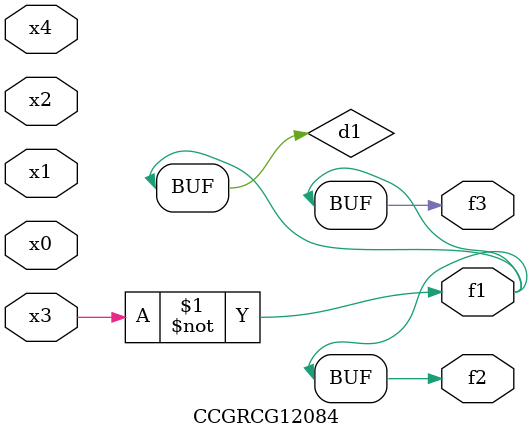
<source format=v>
module CCGRCG12084(
	input x0, x1, x2, x3, x4,
	output f1, f2, f3
);

	wire d1, d2;

	xnor (d1, x3);
	not (d2, x1);
	assign f1 = d1;
	assign f2 = d1;
	assign f3 = d1;
endmodule

</source>
